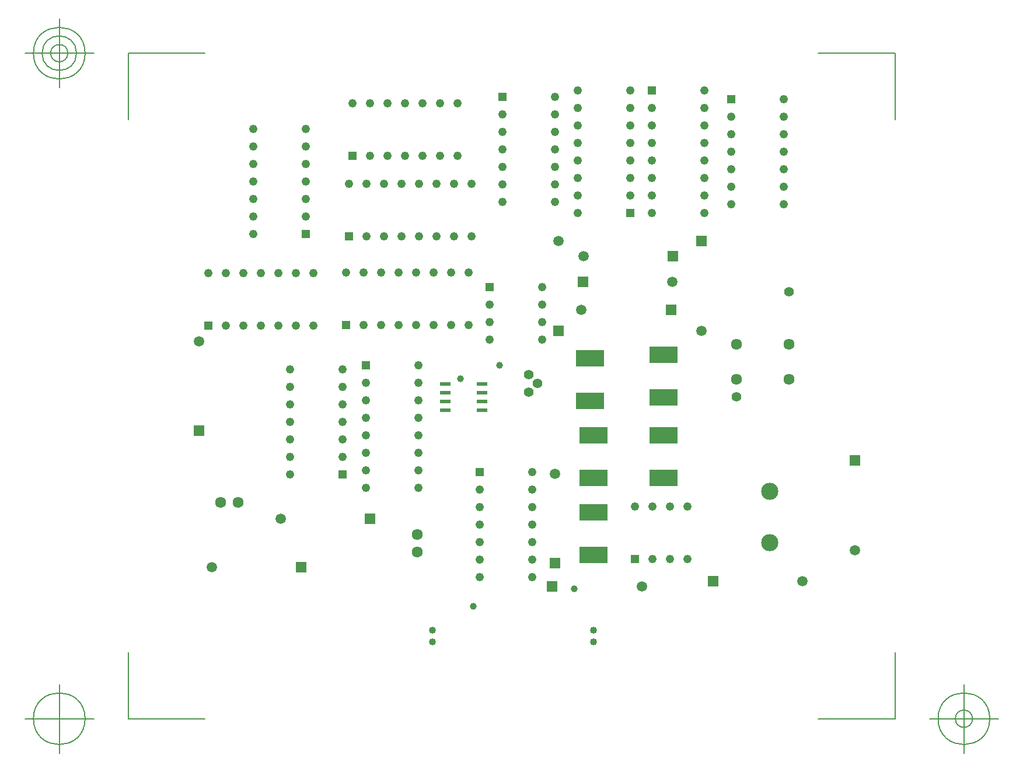
<source format=gbr>
G04 Generated by Ultiboard 12.0 *
%FSLAX25Y25*%
%MOIN*%

%ADD10C,0.00001*%
%ADD11C,0.00500*%
%ADD12R,0.16339X0.09252*%
%ADD13C,0.06334*%
%ADD14C,0.05500*%
%ADD15R,0.05906X0.05906*%
%ADD16C,0.05906*%
%ADD17C,0.04000*%
%ADD18C,0.04900*%
%ADD19R,0.04900X0.04900*%
%ADD20R,0.06102X0.02362*%
%ADD21C,0.03937*%
%ADD22C,0.01575*%
%ADD23C,0.09834*%


G04 ColorRGB FF00CC for the following layer *
%LNSolder Mask Top*%
%LPD*%
G54D10*
G54D11*
X-29612Y-21812D02*
X-29612Y16207D01*
X-29612Y-21812D02*
X14187Y-21812D01*
X408374Y-21812D02*
X364575Y-21812D01*
X408374Y-21812D02*
X408374Y16207D01*
X408374Y358374D02*
X408374Y320355D01*
X408374Y358374D02*
X364575Y358374D01*
X-29612Y358374D02*
X14187Y358374D01*
X-29612Y358374D02*
X-29612Y320355D01*
X-49297Y-21812D02*
X-88667Y-21812D01*
X-68982Y-41497D02*
X-68982Y-2127D01*
X-83746Y-21812D02*
G75*
D01*
G02X-83746Y-21812I14764J0*
G01*
X428059Y-21812D02*
X467429Y-21812D01*
X447744Y-41497D02*
X447744Y-2127D01*
X432980Y-21812D02*
G75*
D01*
G02X432980Y-21812I14764J0*
G01*
X442823Y-21812D02*
G75*
D01*
G02X442823Y-21812I4921J0*
G01*
X-49297Y358374D02*
X-88667Y358374D01*
X-68982Y338689D02*
X-68982Y378059D01*
X-83746Y358374D02*
G75*
D01*
G02X-83746Y358374I14764J0*
G01*
X-78824Y358374D02*
G75*
D01*
G02X-78824Y358374I9842J0*
G01*
X-73903Y358374D02*
G75*
D01*
G02X-73903Y358374I4921J0*
G01*
G54D12*
X236000Y71795D03*
X236000Y96205D03*
X236000Y115795D03*
X236000Y140205D03*
X276000Y115795D03*
X276000Y140205D03*
X234000Y159795D03*
X234000Y184205D03*
X276000Y161795D03*
X276000Y186205D03*
G54D13*
X317700Y192200D03*
X347700Y192200D03*
X317700Y172200D03*
X347700Y172200D03*
X33300Y101700D03*
X23300Y101700D03*
X135646Y83526D03*
X135646Y73526D03*
G54D14*
X317700Y162200D03*
X347700Y222200D03*
X199000Y174800D03*
X199000Y164800D03*
X204000Y169800D03*
G54D15*
X304446Y56596D03*
X212618Y53858D03*
X214041Y66987D03*
X10700Y142600D03*
X108644Y92519D03*
X69227Y64652D03*
X297959Y251046D03*
X230000Y227900D03*
X216300Y199900D03*
X281600Y242500D03*
X280400Y211600D03*
X385538Y125719D03*
G54D16*
X355628Y56596D03*
X263799Y53858D03*
X214041Y118168D03*
X10700Y193781D03*
X57463Y92519D03*
X18046Y64652D03*
X297959Y199865D03*
X281181Y227900D03*
X216300Y251081D03*
X230419Y242500D03*
X229219Y211600D03*
X385538Y74538D03*
G54D17*
X144100Y22100D03*
X144100Y28767D03*
X236000Y22100D03*
X236000Y28767D03*
G54D18*
X41979Y255054D03*
X71979Y285054D03*
X71979Y265054D03*
X71979Y275054D03*
X71979Y295054D03*
X71979Y305054D03*
X71979Y315054D03*
X41979Y315054D03*
X41979Y285054D03*
X41979Y265054D03*
X41979Y275054D03*
X41979Y295054D03*
X41979Y305054D03*
X201134Y119101D03*
X171134Y89101D03*
X171134Y109101D03*
X171134Y99101D03*
X171134Y79101D03*
X171134Y69101D03*
X171134Y59101D03*
X201134Y59101D03*
X201134Y89101D03*
X201134Y109101D03*
X201134Y99101D03*
X201134Y79101D03*
X201134Y69101D03*
X98587Y329700D03*
X128587Y299700D03*
X108587Y299700D03*
X118587Y299700D03*
X138587Y299700D03*
X148587Y299700D03*
X158587Y299700D03*
X158587Y329700D03*
X128587Y329700D03*
X108587Y329700D03*
X118587Y329700D03*
X138587Y329700D03*
X148587Y329700D03*
X96500Y283800D03*
X116500Y253800D03*
X106500Y253800D03*
X126500Y253800D03*
X146500Y253800D03*
X136500Y253800D03*
X156500Y253800D03*
X166500Y253800D03*
X156500Y283800D03*
X126500Y283800D03*
X116500Y283800D03*
X106500Y283800D03*
X146500Y283800D03*
X136500Y283800D03*
X166500Y283800D03*
X214100Y333500D03*
X184100Y303500D03*
X184100Y323500D03*
X184100Y313500D03*
X184100Y293500D03*
X184100Y283500D03*
X184100Y273500D03*
X214100Y273500D03*
X214100Y303500D03*
X214100Y323500D03*
X214100Y313500D03*
X214100Y293500D03*
X214100Y283500D03*
X227235Y267212D03*
X257235Y287212D03*
X257235Y277212D03*
X257235Y297212D03*
X257235Y317212D03*
X257235Y307212D03*
X257235Y327212D03*
X257235Y337212D03*
X227235Y327212D03*
X227235Y297212D03*
X227235Y287212D03*
X227235Y277212D03*
X227235Y317212D03*
X227235Y307212D03*
X227235Y337212D03*
X299604Y337212D03*
X269604Y317212D03*
X269604Y327212D03*
X269604Y307212D03*
X269604Y287212D03*
X269604Y297212D03*
X269604Y277212D03*
X269604Y267212D03*
X299604Y277212D03*
X299604Y307212D03*
X299604Y317212D03*
X299604Y327212D03*
X299604Y287212D03*
X299604Y297212D03*
X299604Y267212D03*
X344800Y332100D03*
X314800Y302100D03*
X314800Y322100D03*
X314800Y312100D03*
X314800Y292100D03*
X314800Y282100D03*
X314800Y272100D03*
X344800Y272100D03*
X344800Y302100D03*
X344800Y322100D03*
X344800Y312100D03*
X344800Y292100D03*
X344800Y282100D03*
X94800Y233100D03*
X114800Y203100D03*
X104800Y203100D03*
X124800Y203100D03*
X144800Y203100D03*
X134800Y203100D03*
X154800Y203100D03*
X164800Y203100D03*
X154800Y233100D03*
X124800Y233100D03*
X114800Y233100D03*
X104800Y233100D03*
X144800Y233100D03*
X134800Y233100D03*
X164800Y233100D03*
X16000Y232900D03*
X46000Y202900D03*
X26000Y202900D03*
X36000Y202900D03*
X56000Y202900D03*
X66000Y202900D03*
X76000Y202900D03*
X76000Y232900D03*
X46000Y232900D03*
X26000Y232900D03*
X36000Y232900D03*
X56000Y232900D03*
X66000Y232900D03*
X136248Y179990D03*
X106248Y159990D03*
X106248Y169990D03*
X106248Y149990D03*
X106248Y129990D03*
X106248Y139990D03*
X106248Y119990D03*
X106248Y109990D03*
X136248Y119990D03*
X136248Y149990D03*
X136248Y159990D03*
X136248Y169990D03*
X136248Y129990D03*
X136248Y139990D03*
X136248Y109990D03*
X62879Y117903D03*
X92879Y147903D03*
X92879Y127903D03*
X92879Y137903D03*
X92879Y157903D03*
X92879Y167903D03*
X92879Y177903D03*
X62879Y177903D03*
X62879Y147903D03*
X62879Y127903D03*
X62879Y137903D03*
X62879Y157903D03*
X62879Y167903D03*
X259698Y99503D03*
X269698Y69503D03*
X289698Y69503D03*
X279698Y69503D03*
X289698Y99503D03*
X269698Y99503D03*
X279698Y99503D03*
X176800Y204700D03*
X206800Y224700D03*
X176800Y214700D03*
X176800Y194700D03*
X206800Y194700D03*
X206800Y214700D03*
X206800Y204700D03*
G54D19*
X71979Y255054D03*
X171134Y119101D03*
X98587Y299700D03*
X96500Y253800D03*
X184100Y333500D03*
X257235Y267212D03*
X269604Y337212D03*
X314800Y332100D03*
X94800Y203100D03*
X16000Y202900D03*
X106248Y179990D03*
X92879Y117903D03*
X259698Y69503D03*
X176800Y224700D03*
G54D20*
X151370Y159500D03*
X151370Y154500D03*
X151370Y169500D03*
X151370Y164500D03*
X172630Y154500D03*
X172630Y159500D03*
X172630Y164500D03*
X172630Y169500D03*
G54D21*
X225000Y52500D03*
X182500Y180000D03*
X167500Y42500D03*
X160000Y172500D03*
G54D22*
X172630Y169500D03*
X276000Y161795D03*
X276000Y115795D03*
X236000Y96205D03*
X172630Y159500D03*
G54D23*
X336800Y78900D03*
X336800Y108067D03*

M00*

</source>
